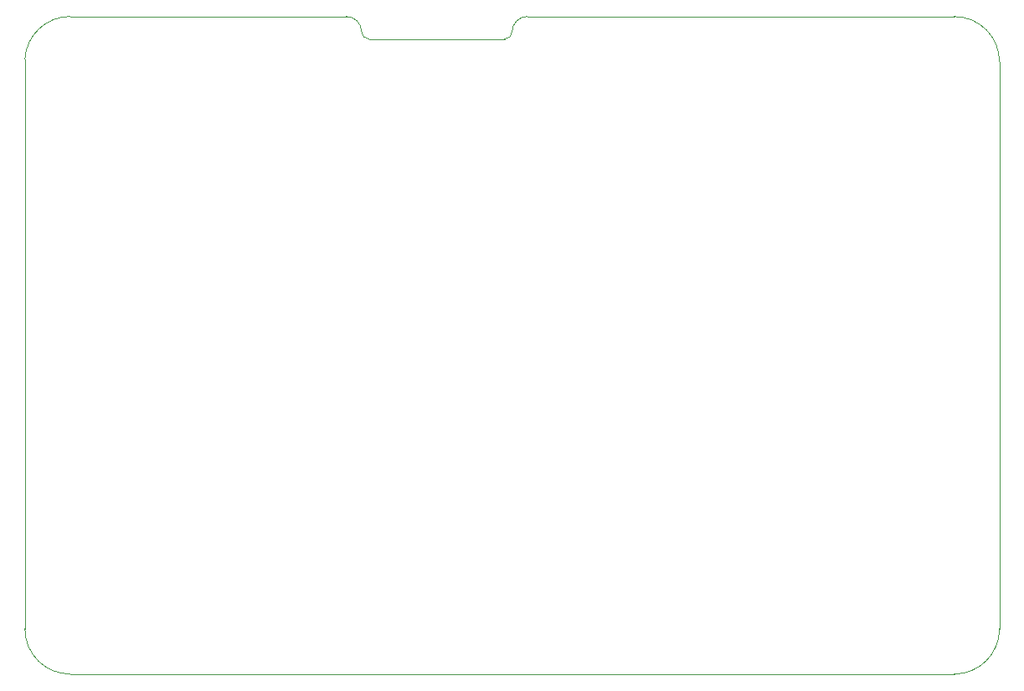
<source format=gbr>
%TF.GenerationSoftware,KiCad,Pcbnew,(6.0.1)*%
%TF.CreationDate,2022-01-30T10:53:23+01:00*%
%TF.ProjectId,wpcpowermon,77706370-6f77-4657-926d-6f6e2e6b6963,rev?*%
%TF.SameCoordinates,Original*%
%TF.FileFunction,Profile,NP*%
%FSLAX46Y46*%
G04 Gerber Fmt 4.6, Leading zero omitted, Abs format (unit mm)*
G04 Created by KiCad (PCBNEW (6.0.1)) date 2022-01-30 10:53:23*
%MOMM*%
%LPD*%
G01*
G04 APERTURE LIST*
%TA.AperFunction,Profile*%
%ADD10C,0.100000*%
%TD*%
G04 APERTURE END LIST*
D10*
X115062000Y-63754000D02*
X128778000Y-63754000D01*
X178816000Y-66040000D02*
G75*
G03*
X174244000Y-61468000I-4572001J-1D01*
G01*
X80264000Y-123444000D02*
G75*
G03*
X84836000Y-128016000I4572001J1D01*
G01*
X174244000Y-128016000D02*
G75*
G03*
X178816000Y-123444000I-1J4572001D01*
G01*
X131064000Y-61468000D02*
G75*
G03*
X129540000Y-62992000I-1J-1523999D01*
G01*
X114300000Y-62992000D02*
G75*
G03*
X115062000Y-63754000I762001J1D01*
G01*
X178816000Y-123444000D02*
X178816000Y-66040000D01*
X114300000Y-62992000D02*
G75*
G03*
X112776000Y-61468000I-1523999J1D01*
G01*
X80264000Y-65786000D02*
X80264000Y-123444000D01*
X84836000Y-61460950D02*
G75*
G03*
X80264000Y-65786000I-1J-4579049D01*
G01*
X84836000Y-128016000D02*
X174244000Y-128016000D01*
X112776000Y-61468000D02*
X84836000Y-61460950D01*
X131064000Y-61468000D02*
X174244000Y-61468000D01*
X128778000Y-63754000D02*
G75*
G03*
X129540000Y-62992000I-1J762001D01*
G01*
M02*

</source>
